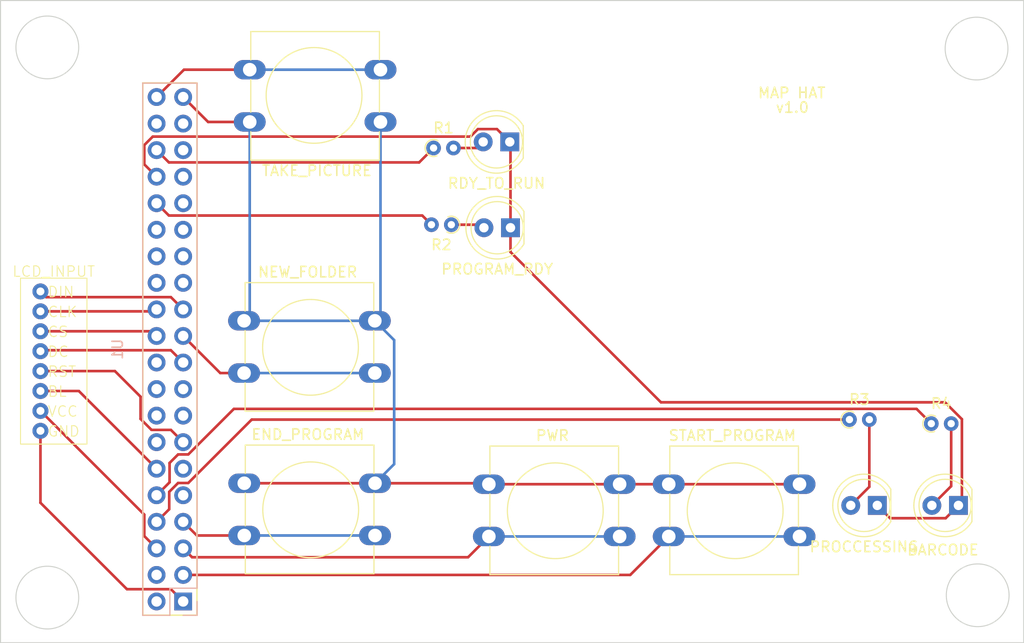
<source format=kicad_pcb>
(kicad_pcb (version 20221018) (generator pcbnew)
  (layers (0 "F.Cu" signal) (31 "B.Cu" signal) (34 "B.Paste" user) (35 "F.Paste" user) (36 "B.SilkS" user "B.Silkscreen") (37 "F.SilkS" user "F.Silkscreen") (38 "B.Mask" user) (39 "F.Mask" user) (44 "Edge.Cuts" user))
  (net 0 "")
  (net 1 "Net-(R1-Pad1)")
  (net 2 "Net-(D1-A)")
  (net 3 "Net-(D2-A)")
  (net 4 "Net-(R2-Pad2)")
  (net 5 "Net-(R3-Pad1)")
  (net 6 "Net-(D3-A)")
  (net 7 "Net-(R4-Pad1)")
  (net 8 "Net-(D4-A)")
  (net 9 "Net-(U2-VCC)")
  (net 11 "Net-(SW5-Pad2)")
  (net 13 "Net-(D1-K)")
  (net 14 "Net-(SW1-Pad1)")
  (net 15 "Net-(SW2-Pad2)")
  (net 16 "Net-(U2-GND)")
  (net 17 "Net-(SW4-Pad2)")
  (net 20 "Net-(U2-BL)")
  (net 21 "Net-(U2-RST)")
  (net 27 "Net-(U2-DIN)")
  (net 29 "Net-(SW3-Pad2)")
  (net 30 "Net-(U2-DC)")
  (net 31 "Net-(U2-CLK)")
  (net 32 "Net-(U2-CS)")
  (net 44 "Net-(SW1-Pad2)")
  (footprint "Resistor_THT:R_Axial_DIN0204_L3.6mm_D1.6mm_P1.90mm_Vertical" (layer "F.Cu") (at 221.17085 121.076723)
    (fp_text reference "R4" (at 0.95 -1.92) (layer "F.SilkS"))
    (fp_text value "330")
    (fp_arc (start 0.320095 0.749359) (mid -0.813042 -0.054435) (end 0.417133 -0.7) (stroke (width 0.12)) (layer "F.SilkS"))
    (pad "1" thru_hole circle (at 0 0) (size 1.4 1.4) (drill 0.7) (layers "*.Cu" "*.Mask") (net 7 "Net-(R4-Pad1)"))
    (pad "2" thru_hole oval (at 1.9 0) (size 1.4 1.4) (drill 0.7) (layers "*.Cu" "*.Mask") (net 8 "Net-(D4-A)"))
  )
  (footprint "Library:LCD" (layer "F.Cu") (at 136.007486 117.319684)
    (fp_text reference "LCD_INPUT" (at 1.27 -10.795 unlocked) (layer "F.SilkS") (effects (font (thickness 0.1))))
    (fp_text value "~")
    (fp_text user "BL" (at 0.635 1.27 unlocked) (layer "F.SilkS") (effects (font (thickness 0.1)) (justify left bottom)))
    (fp_text user "RST" (at 0.635 -0.635 unlocked) (layer "F.SilkS") (effects (font (thickness 0.1)) (justify left bottom)))
    (fp_text user "CLK" (at 0.635 -6.35 unlocked) (layer "F.SilkS") (effects (font (thickness 0.1)) (justify left bottom)))
    (fp_text user "DIN" (at 0.635 -8.255 unlocked) (layer "F.SilkS") (effects (font (thickness 0.1)) (justify left bottom)))
    (fp_text user "CS" (at 0.635 -4.445 unlocked) (layer "F.SilkS") (effects (font (thickness 0.1)) (justify left bottom)))
    (fp_text user "VCC" (at 0.635 3.175 unlocked) (layer "F.SilkS") (effects (font (thickness 0.1)) (justify left bottom)))
    (fp_text user "DC" (at 0.635 -2.54 unlocked) (layer "F.SilkS") (effects (font (thickness 0.1)) (justify left bottom)))
    (fp_text user "GND" (at 0.635 5.08 unlocked) (layer "F.SilkS") (effects (font (thickness 0.1)) (justify left bottom)))
    (fp_rect (start -1.905 -10.16) (end 4.445 5.715) (stroke (width 0.1)) (fill none) (layer "F.SilkS"))
    (pad "1" thru_hole circle (at 0 4.445) (size 1.524 1.524) (drill 0.762) (layers "*.Cu" "*.Mask") (net 9 "Net-(U2-VCC)"))
    (pad "2" thru_hole circle (at 0 2.54) (size 1.524 1.524) (drill 0.762) (layers "*.Cu" "*.Mask") (net 16 "Net-(U2-GND)"))
    (pad "3" thru_hole circle (at 0 -3.175) (size 1.524 1.524) (drill 0.762) (layers "*.Cu" "*.Mask") (net 27 "Net-(U2-DIN)"))
    (pad "4" thru_hole circle (at 0 -8.89) (size 1.524 1.524) (drill 0.762) (layers "*.Cu" "*.Mask") (net 31 "Net-(U2-CLK)"))
    (pad "5" thru_hole circle (at 0 -6.985) (size 1.524 1.524) (drill 0.762) (layers "*.Cu" "*.Mask") (net 32 "Net-(U2-CS)"))
    (pad "6" thru_hole circle (at 0 -5.08) (size 1.524 1.524) (drill 0.762) (layers "*.Cu" "*.Mask") (net 30 "Net-(U2-DC)"))
    (pad "7" thru_hole circle (at 0 -1.27) (size 1.524 1.524) (drill 0.762) (layers "*.Cu" "*.Mask") (net 21 "Net-(U2-RST)"))
    (pad "8" thru_hole circle (at 0 0.635) (size 1.524 1.524) (drill 0.762) (layers "*.Cu" "*.Mask") (net 20 "Net-(U2-BL)"))
  )
  (footprint "Resistor_THT:R_Axial_DIN0204_L3.6mm_D1.6mm_P1.90mm_Vertical" (layer "F.Cu") (at 175.28614 102.045971 180)
    (fp_text reference "R2" (at 0.95 -1.92 180) (layer "F.SilkS"))
    (fp_text value "330")
    (fp_arc (start 0.320095 0.749359) (mid -0.813042 -0.054435) (end 0.417133 -0.7) (stroke (width 0.12)) (layer "F.SilkS"))
    (pad "1" thru_hole circle (at 0 0 180) (size 1.4 1.4) (drill 0.7) (layers "*.Cu" "*.Mask") (net 3 "Net-(D2-A)"))
    (pad "2" thru_hole oval (at 1.9 0 180) (size 1.4 1.4) (drill 0.7) (layers "*.Cu" "*.Mask") (net 4 "Net-(R2-Pad2)"))
  )
  (footprint "LED_THT:LED_D5.0mm" (layer "F.Cu") (at 223.766037 128.901688 180)
    (fp_text reference "BARCODE" (at 1.490072 -4.263916) (layer "F.SilkS"))
    (fp_text value "LED")
    (fp_line (start -1.29 -1.545) (end -1.29 1.545) (stroke (width 0.12)) (layer "F.SilkS"))
    (fp_arc (start -1.29 -1.54483) (mid 2.072002 -2.880433) (end 4.26 0.000462) (stroke (width 0.12)) (layer "F.SilkS"))
    (fp_arc (start 4.26 -0.000462) (mid 2.072002 2.880433) (end -1.29 1.54483) (stroke (width 0.12)) (layer "F.SilkS"))
    (fp_circle (center 1.27 0) (end 3.77 0) (stroke (width 0.12)) (fill none) (layer "F.SilkS"))
    (pad "1" thru_hole rect (at 0 0 180) (size 1.8 1.8) (drill 0.9) (layers "*.Cu" "*.Mask") (net 13 "Net-(D1-K)"))
    (pad "2" thru_hole circle (at 2.54 0 180) (size 1.8 1.8) (drill 0.9) (layers "*.Cu" "*.Mask") (net 8 "Net-(D4-A)"))
  )
  (footprint "Resistor_THT:R_Axial_DIN0204_L3.6mm_D1.6mm_P1.90mm_Vertical" (layer "F.Cu") (at 213.345885 120.690304)
    (fp_text reference "R3" (at 0.95 -1.92) (layer "F.SilkS"))
    (fp_text value "330")
    (fp_arc (start 0.320095 0.749359) (mid -0.813042 -0.054435) (end 0.417133 -0.7) (stroke (width 0.12)) (layer "F.SilkS"))
    (pad "1" thru_hole circle (at 0 0) (size 1.4 1.4) (drill 0.7) (layers "*.Cu" "*.Mask") (net 5 "Net-(R3-Pad1)"))
    (pad "2" thru_hole oval (at 1.9 0) (size 1.4 1.4) (drill 0.7) (layers "*.Cu" "*.Mask") (net 6 "Net-(D3-A)"))
  )
  (footprint "Resistor_THT:R_Axial_DIN0204_L3.6mm_D1.6mm_P1.90mm_Vertical" (layer "F.Cu") (at 173.589279 94.707269)
    (fp_text reference "R1" (at 0.95 -1.92) (layer "F.SilkS"))
    (fp_text value "330")
    (fp_arc (start 0.320095 0.749359) (mid -0.813042 -0.054435) (end 0.417133 -0.7) (stroke (width 0.12)) (layer "F.SilkS"))
    (pad "1" thru_hole circle (at 0 0) (size 1.4 1.4) (drill 0.7) (layers "*.Cu" "*.Mask") (net 1 "Net-(R1-Pad1)"))
    (pad "2" thru_hole oval (at 1.9 0) (size 1.4 1.4) (drill 0.7) (layers "*.Cu" "*.Mask") (net 2 "Net-(D1-A)"))
  )
  (footprint "Button_Switch_THT:SW_PUSH-12mm" (layer "F.Cu") (at 155.492181 126.779768)
    (fp_text reference "END_PROGRAM" (at 6.08 -4.66) (layer "F.SilkS"))
    (fp_text value "SW_Push")
    (fp_line (start 0.1 -3.65) (end 12.4 -3.65) (stroke (width 0.12)) (layer "F.SilkS"))
    (fp_line (start 0.1 -0.93) (end 0.1 -3.65) (stroke (width 0.12)) (layer "F.SilkS"))
    (fp_line (start 0.1 4.07) (end 0.1 0.93) (stroke (width 0.12)) (layer "F.SilkS"))
    (fp_line (start 0.1 8.65) (end 0.1 5.93) (stroke (width 0.12)) (layer "F.SilkS"))
    (fp_line (start 12.4 -3.65) (end 12.4 -0.93) (stroke (width 0.12)) (layer "F.SilkS"))
    (fp_line (start 12.4 0.93) (end 12.4 4.07) (stroke (width 0.12)) (layer "F.SilkS"))
    (fp_line (start 12.4 5.93) (end 12.4 8.65) (stroke (width 0.12)) (layer "F.SilkS"))
    (fp_line (start 12.4 8.65) (end 0.1 8.65) (stroke (width 0.12)) (layer "F.SilkS"))
    (fp_circle (center 6.35 2.54) (end 10.16 5.08) (stroke (width 0.12)) (fill none) (layer "F.SilkS"))
    (pad "1" thru_hole oval (at 0 0) (size 3.048 1.85) (drill 1.3) (layers "*.Cu" "*.Mask") (net 14 "Net-(SW1-Pad1)"))
    (pad "1" thru_hole oval (at 12.5 0) (size 3.048 1.85) (drill 1.3) (layers "*.Cu" "*.Mask") (net 14 "Net-(SW1-Pad1)"))
    (pad "2" thru_hole oval (at 0 5) (size 3.048 1.85) (drill 1.3) (layers "*.Cu" "*.Mask") (net 17 "Net-(SW4-Pad2)"))
    (pad "2" thru_hole oval (at 12.5 5) (size 3.048 1.85) (drill 1.3) (layers "*.Cu" "*.Mask") (net 17 "Net-(SW4-Pad2)"))
  )
  (footprint "Button_Switch_THT:SW_PUSH-12mm" (layer "F.Cu") (at 196.070846 126.872993)
    (fp_text reference "START_PROGRAM" (at 6.08 -4.66) (layer "F.SilkS"))
    (fp_text value "SW_Push")
    (fp_line (start 0.1 -3.65) (end 12.4 -3.65) (stroke (width 0.12)) (layer "F.SilkS"))
    (fp_line (start 0.1 -0.93) (end 0.1 -3.65) (stroke (width 0.12)) (layer "F.SilkS"))
    (fp_line (start 0.1 4.07) (end 0.1 0.93) (stroke (width 0.12)) (layer "F.SilkS"))
    (fp_line (start 0.1 8.65) (end 0.1 5.93) (stroke (width 0.12)) (layer "F.SilkS"))
    (fp_line (start 12.4 -3.65) (end 12.4 -0.93) (stroke (width 0.12)) (layer "F.SilkS"))
    (fp_line (start 12.4 0.93) (end 12.4 4.07) (stroke (width 0.12)) (layer "F.SilkS"))
    (fp_line (start 12.4 5.93) (end 12.4 8.65) (stroke (width 0.12)) (layer "F.SilkS"))
    (fp_line (start 12.4 8.65) (end 0.1 8.65) (stroke (width 0.12)) (layer "F.SilkS"))
    (fp_circle (center 6.35 2.54) (end 10.16 5.08) (stroke (width 0.12)) (fill none) (layer "F.SilkS"))
    (pad "1" thru_hole oval (at 0 0) (size 3.048 1.85) (drill 1.3) (layers "*.Cu" "*.Mask") (net 14 "Net-(SW1-Pad1)"))
    (pad "1" thru_hole oval (at 12.5 0) (size 3.048 1.85) (drill 1.3) (layers "*.Cu" "*.Mask") (net 14 "Net-(SW1-Pad1)"))
    (pad "2" thru_hole oval (at 0 5) (size 3.048 1.85) (drill 1.3) (layers "*.Cu" "*.Mask") (net 11 "Net-(SW5-Pad2)"))
    (pad "2" thru_hole oval (at 12.5 5) (size 3.048 1.85) (drill 1.3) (layers "*.Cu" "*.Mask") (net 11 "Net-(SW5-Pad2)"))
  )
  (footprint "Button_Switch_THT:SW_PUSH-12mm" (layer "F.Cu") (at 155.472888 111.238159)
    (fp_text reference "NEW_FOLDER" (at 6.08 -4.66) (layer "F.SilkS"))
    (fp_text value "SW_Push")
    (fp_line (start 0.1 -3.65) (end 12.4 -3.65) (stroke (width 0.12)) (layer "F.SilkS"))
    (fp_line (start 0.1 -0.93) (end 0.1 -3.65) (stroke (width 0.12)) (layer "F.SilkS"))
    (fp_line (start 0.1 4.07) (end 0.1 0.93) (stroke (width 0.12)) (layer "F.SilkS"))
    (fp_line (start 0.1 8.65) (end 0.1 5.93) (stroke (width 0.12)) (layer "F.SilkS"))
    (fp_line (start 12.4 -3.65) (end 12.4 -0.93) (stroke (width 0.12)) (layer "F.SilkS"))
    (fp_line (start 12.4 0.93) (end 12.4 4.07) (stroke (width 0.12)) (layer "F.SilkS"))
    (fp_line (start 12.4 5.93) (end 12.4 8.65) (stroke (width 0.12)) (layer "F.SilkS"))
    (fp_line (start 12.4 8.65) (end 0.1 8.65) (stroke (width 0.12)) (layer "F.SilkS"))
    (fp_circle (center 6.35 2.54) (end 10.16 5.08) (stroke (width 0.12)) (fill none) (layer "F.SilkS"))
    (pad "1" thru_hole oval (at 0 0) (size 3.048 1.85) (drill 1.3) (layers "*.Cu" "*.Mask") (net 14 "Net-(SW1-Pad1)"))
    (pad "1" thru_hole oval (at 12.5 0) (size 3.048 1.85) (drill 1.3) (layers "*.Cu" "*.Mask") (net 14 "Net-(SW1-Pad1)"))
    (pad "2" thru_hole oval (at 0 5) (size 3.048 1.85) (drill 1.3) (layers "*.Cu" "*.Mask") (net 29 "Net-(SW3-Pad2)"))
    (pad "2" thru_hole oval (at 12.5 5) (size 3.048 1.85) (drill 1.3) (layers "*.Cu" "*.Mask") (net 29 "Net-(SW3-Pad2)"))
  )
  (footprint "LED_THT:LED_D5.0mm" (layer "F.Cu") (at 180.873634 94.124064 180)
    (fp_text reference "RDY_TO_RUN" (at 1.27 -3.96) (layer "F.SilkS"))
    (fp_text value "RDY_TO_RUN")
    (fp_line (start -1.29 -1.545) (end -1.29 1.545) (stroke (width 0.12)) (layer "F.SilkS"))
    (fp_arc (start -1.29 -1.54483) (mid 2.072002 -2.880433) (end 4.26 0.000462) (stroke (width 0.12)) (layer "F.SilkS"))
    (fp_arc (start 4.26 -0.000462) (mid 2.072002 2.880433) (end -1.29 1.54483) (stroke (width 0.12)) (layer "F.SilkS"))
    (fp_circle (center 1.27 0) (end 3.77 0) (stroke (width 0.12)) (fill none) (layer "F.SilkS"))
    (pad "1" thru_hole rect (at 0 0 180) (size 1.8 1.8) (drill 0.9) (layers "*.Cu" "*.Mask") (net 13 "Net-(D1-K)"))
    (pad "2" thru_hole circle (at 2.54 0 180) (size 1.8 1.8) (drill 0.9) (layers "*.Cu" "*.Mask") (net 2 "Net-(D1-A)"))
  )
  (footprint "Button_Switch_THT:SW_PUSH-12mm" (layer "F.Cu") (at 178.875243 126.872993)
    (fp_text reference "PWR" (at 6.08 -4.66) (layer "F.SilkS"))
    (fp_text value "SW_Push")
    (fp_line (start 0.1 -3.65) (end 12.4 -3.65) (stroke (width 0.12)) (layer "F.SilkS"))
    (fp_line (start 0.1 -0.93) (end 0.1 -3.65) (stroke (width 0.12)) (layer "F.SilkS"))
    (fp_line (start 0.1 4.07) (end 0.1 0.93) (stroke (width 0.12)) (layer "F.SilkS"))
    (fp_line (start 0.1 8.65) (end 0.1 5.93) (stroke (width 0.12)) (layer "F.SilkS"))
    (fp_line (start 12.4 -3.65) (end 12.4 -0.93) (stroke (width 0.12)) (layer "F.SilkS"))
    (fp_line (start 12.4 0.93) (end 12.4 4.07) (stroke (width 0.12)) (layer "F.SilkS"))
    (fp_line (start 12.4 5.93) (end 12.4 8.65) (stroke (width 0.12)) (layer "F.SilkS"))
    (fp_line (start 12.4 8.65) (end 0.1 8.65) (stroke (width 0.12)) (layer "F.SilkS"))
    (fp_circle (center 6.35 2.54) (end 10.16 5.08) (stroke (width 0.12)) (fill none) (layer "F.SilkS"))
    (pad "1" thru_hole oval (at 0 0) (size 3.048 1.85) (drill 1.3) (layers "*.Cu" "*.Mask") (net 14 "Net-(SW1-Pad1)"))
    (pad "1" thru_hole oval (at 12.5 0) (size 3.048 1.85) (drill 1.3) (layers "*.Cu" "*.Mask") (net 14 "Net-(SW1-Pad1)"))
    (pad "2" thru_hole oval (at 0 5) (size 3.048 1.85) (drill 1.3) (layers "*.Cu" "*.Mask") (net 15 "Net-(SW2-Pad2)"))
    (pad "2" thru_hole oval (at 12.5 5) (size 3.048 1.85) (drill 1.3) (layers "*.Cu" "*.Mask") (net 15 "Net-(SW2-Pad2)"))
  )
  (footprint "LED_THT:LED_D5.0mm" (layer "F.Cu") (at 216.009393 128.901688 180)
    (fp_text reference "PROCCESSING" (at 1.27 -3.96) (layer "F.SilkS"))
    (fp_text value "LED")
    (fp_line (start -1.29 -1.545) (end -1.29 1.545) (stroke (width 0.12)) (layer "F.SilkS"))
    (fp_arc (start -1.29 -1.54483) (mid 2.072002 -2.880433) (end 4.26 0.000462) (stroke (width 0.12)) (layer "F.SilkS"))
    (fp_arc (start 4.26 -0.000462) (mid 2.072002 2.880433) (end -1.29 1.54483) (stroke (width 0.12)) (layer "F.SilkS"))
    (fp_circle (center 1.27 0) (end 3.77 0) (stroke (width 0.12)) (fill none) (layer "F.SilkS"))
    (pad "1" thru_hole rect (at 0 0 180) (size 1.8 1.8) (drill 0.9) (layers "*.Cu" "*.Mask") (net 13 "Net-(D1-K)"))
    (pad "2" thru_hole circle (at 2.54 0 180) (size 1.8 1.8) (drill 0.9) (layers "*.Cu" "*.Mask") (net 6 "Net-(D3-A)"))
  )
  (footprint "LED_THT:LED_D5.0mm" (layer "F.Cu") (at 180.941956 102.335448 180)
    (fp_text reference "PROGRAM_RDY" (at 1.27 -3.96) (layer "F.SilkS"))
    (fp_text value "LED")
    (fp_line (start -1.29 -1.545) (end -1.29 1.545) (stroke (width 0.12)) (layer "F.SilkS"))
    (fp_arc (start -1.29 -1.54483) (mid 2.072002 -2.880433) (end 4.26 0.000462) (stroke (width 0.12)) (layer "F.SilkS"))
    (fp_arc (start 4.26 -0.000462) (mid 2.072002 2.880433) (end -1.29 1.54483) (stroke (width 0.12)) (layer "F.SilkS"))
    (fp_circle (center 1.27 0) (end 3.77 0) (stroke (width 0.12)) (fill none) (layer "F.SilkS"))
    (pad "1" thru_hole rect (at 0 0 180) (size 1.8 1.8) (drill 0.9) (layers "*.Cu" "*.Mask") (net 13 "Net-(D1-K)"))
    (pad "2" thru_hole circle (at 2.54 0 180) (size 1.8 1.8) (drill 0.9) (layers "*.Cu" "*.Mask") (net 3 "Net-(D2-A)"))
  )
  (footprint "Button_Switch_THT:SW_PUSH-12mm" (layer "F.Cu") (at 168.514186 92.215049 180)
    (fp_text reference "TAKE_PICTURE" (at 6.08 -4.66) (layer "F.SilkS"))
    (fp_text value "TAKE_PICTURE")
    (fp_line (start 0.1 -3.65) (end 12.4 -3.65) (stroke (width 0.12)) (layer "F.SilkS"))
    (fp_line (start 0.1 -0.93) (end 0.1 -3.65) (stroke (width 0.12)) (layer "F.SilkS"))
    (fp_line (start 0.1 4.07) (end 0.1 0.93) (stroke (width 0.12)) (layer "F.SilkS"))
    (fp_line (start 0.1 8.65) (end 0.1 5.93) (stroke (width 0.12)) (layer "F.SilkS"))
    (fp_line (start 12.4 -3.65) (end 12.4 -0.93) (stroke (width 0.12)) (layer "F.SilkS"))
    (fp_line (start 12.4 0.93) (end 12.4 4.07) (stroke (width 0.12)) (layer "F.SilkS"))
    (fp_line (start 12.4 5.93) (end 12.4 8.65) (stroke (width 0.12)) (layer "F.SilkS"))
    (fp_line (start 12.4 8.65) (end 0.1 8.65) (stroke (width 0.12)) (layer "F.SilkS"))
    (fp_circle (center 6.35 2.54) (end 10.16 5.08) (stroke (width 0.12)) (fill none) (layer "F.SilkS"))
    (pad "1" thru_hole oval (at 0 0 180) (size 3.048 1.85) (drill 1.3) (layers "*.Cu" "*.Mask") (net 14 "Net-(SW1-Pad1)"))
    (pad "1" thru_hole oval (at 12.5 0 180) (size 3.048 1.85) (drill 1.3) (layers "*.Cu" "*.Mask") (net 14 "Net-(SW1-Pad1)"))
    (pad "2" thru_hole oval (at 0 5 180) (size 3.048 1.85) (drill 1.3) (layers "*.Cu" "*.Mask") (net 44 "Net-(SW1-Pad2)"))
    (pad "2" thru_hole oval (at 12.5 5 180) (size 3.048 1.85) (drill 1.3) (layers "*.Cu" "*.Mask") (net 44 "Net-(SW1-Pad2)"))
  )
  (footprint "Library:Raspberry_Pi_Socketed_THT_FaceDown_MountingHoles" (layer "B.Cu") (at 149.651638 138.091016)
    (fp_text reference "U1" (at -6.27 -24.13 90) (layer "B.SilkS") (effects (justify mirror)))
    (fp_text value "~" hide)
    (fp_line (start -3.87 -49.59) (end 1.33 -49.59) (stroke (width 0.12)) (layer "B.SilkS"))
    (fp_line (start -3.87 1.33) (end -3.87 -49.59) (stroke (width 0.12)) (layer "B.SilkS"))
    (fp_line (start -3.87 1.33) (end -1.27 1.33) (stroke (width 0.12)) (layer "B.SilkS"))
    (fp_line (start -1.27 -1.27) (end 1.33 -1.27) (stroke (width 0.12)) (layer "B.SilkS"))
    (fp_line (start -1.27 1.33) (end -1.27 -1.27) (stroke (width 0.12)) (layer "B.SilkS"))
    (fp_line (start 0 1.33) (end 1.33 1.33) (stroke (width 0.12)) (layer "B.SilkS"))
    (fp_line (start 1.33 -1.27) (end 1.33 -49.59) (stroke (width 0.12)) (layer "B.SilkS"))
    (fp_line (start 1.33 1.33) (end 1.33 0) (stroke (width 0.12)) (layer "B.SilkS"))
    (pad "1" thru_hole rect (at 0 0) (size 1.7 1.7) (drill 1) (layers "*.Cu" "*.Mask") (net 9 "Net-(U2-VCC)"))
    (pad "2" thru_hole oval (at -2.54 0) (size 1.7 1.7) (drill 1) (layers "*.Cu" "*.Mask"))
    (pad "3" thru_hole oval (at 0 -2.54) (size 1.7 1.7) (drill 1) (layers "*.Cu" "*.Mask") (net 11 "Net-(SW5-Pad2)"))
    (pad "4" thru_hole oval (at -2.54 -2.54) (size 1.7 1.7) (drill 1) (layers "*.Cu" "*.Mask"))
    (pad "5" thru_hole oval (at 0 -5.08) (size 1.7 1.7) (drill 1) (layers "*.Cu" "*.Mask") (net 15 "Net-(SW2-Pad2)"))
    (pad "6" thru_hole oval (at -2.54 -5.08) (size 1.7 1.7) (drill 1) (layers "*.Cu" "*.Mask") (net 16 "Net-(U2-GND)"))
    (pad "7" thru_hole oval (at 0 -7.62) (size 1.7 1.7) (drill 1) (layers "*.Cu" "*.Mask") (net 17 "Net-(SW4-Pad2)"))
    (pad "8" thru_hole oval (at -2.54 -7.62) (size 1.7 1.7) (drill 1) (layers "*.Cu" "*.Mask") (net 5 "Net-(R3-Pad1)"))
    (pad "9" thru_hole oval (at 0 -10.16) (size 1.7 1.7) (drill 1) (layers "*.Cu" "*.Mask"))
    (pad "10" thru_hole oval (at -2.54 -10.16) (size 1.7 1.7) (drill 1) (layers "*.Cu" "*.Mask") (net 7 "Net-(R4-Pad1)"))
    (pad "11" thru_hole oval (at 0 -12.7) (size 1.7 1.7) (drill 1) (layers "*.Cu" "*.Mask"))
    (pad "12" thru_hole oval (at -2.54 -12.7) (size 1.7 1.7) (drill 1) (layers "*.Cu" "*.Mask") (net 20 "Net-(U2-BL)"))
    (pad "13" thru_hole oval (at 0 -15.24) (size 1.7 1.7) (drill 1) (layers "*.Cu" "*.Mask") (net 21 "Net-(U2-RST)"))
    (pad "14" thru_hole oval (at -2.54 -15.24) (size 1.7 1.7) (drill 1) (layers "*.Cu" "*.Mask"))
    (pad "15" thru_hole oval (at 0 -17.78) (size 1.7 1.7) (drill 1) (layers "*.Cu" "*.Mask"))
    (pad "16" thru_hole oval (at -2.54 -17.78) (size 1.7 1.7) (drill 1) (layers "*.Cu" "*.Mask"))
    (pad "17" thru_hole oval (at 0 -20.32) (size 1.7 1.7) (drill 1) (layers "*.Cu" "*.Mask"))
    (pad "18" thru_hole oval (at -2.54 -20.32) (size 1.7 1.7) (drill 1) (layers "*.Cu" "*.Mask"))
    (pad "19" thru_hole oval (at 0 -22.86) (size 1.7 1.7) (drill 1) (layers "*.Cu" "*.Mask") (net 27 "Net-(U2-DIN)"))
    (pad "20" thru_hole oval (at -2.54 -22.86) (size 1.7 1.7) (drill 1) (layers "*.Cu" "*.Mask"))
    (pad "21" thru_hole oval (at 0 -25.4) (size 1.7 1.7) (drill 1) (layers "*.Cu" "*.Mask") (net 29 "Net-(SW3-Pad2)"))
    (pad "22" thru_hole oval (at -2.54 -25.4) (size 1.7 1.7) (drill 1) (layers "*.Cu" "*.Mask") (net 30 "Net-(U2-DC)"))
    (pad "23" thru_hole oval (at 0 -27.94) (size 1.7 1.7) (drill 1) (layers "*.Cu" "*.Mask") (net 31 "Net-(U2-CLK)"))
    (pad "24" thru_hole oval (at -2.54 -27.94) (size 1.7 1.7) (drill 1) (layers "*.Cu" "*.Mask") (net 32 "Net-(U2-CS)"))
    (pad "25" thru_hole oval (at 0 -30.48) (size 1.7 1.7) (drill 1) (layers "*.Cu" "*.Mask"))
    (pad "26" thru_hole oval (at -2.54 -30.48) (size 1.7 1.7) (drill 1) (layers "*.Cu" "*.Mask"))
    (pad "27" thru_hole oval (at 0 -33.02) (size 1.7 1.7) (drill 1) (layers "*.Cu" "*.Mask"))
    (pad "28" thru_hole oval (at -2.54 -33.02) (size 1.7 1.7) (drill 1) (layers "*.Cu" "*.Mask"))
    (pad "29" thru_hole oval (at 0 -35.56) (size 1.7 1.7) (drill 1) (layers "*.Cu" "*.Mask"))
    (pad "30" thru_hole oval (at -2.54 -35.56) (size 1.7 1.7) (drill 1) (layers "*.Cu" "*.Mask"))
    (pad "31" thru_hole oval (at 0 -38.1) (size 1.7 1.7) (drill 1) (layers "*.Cu" "*.Mask"))
    (pad "32" thru_hole oval (at -2.54 -38.1) (size 1.7 1.7) (drill 1) (layers "*.Cu" "*.Mask") (net 4 "Net-(R2-Pad2)"))
    (pad "33" thru_hole oval (at 0 -40.64) (size 1.7 1.7) (drill 1) (layers "*.Cu" "*.Mask"))
    (pad "34" thru_hole oval (at -2.54 -40.64) (size 1.7 1.7) (drill 1) (layers "*.Cu" "*.Mask") (net 13 "Net-(D1-K)"))
    (pad "35" thru_hole oval (at 0 -43.18) (size 1.7 1.7) (drill 1) (layers "*.Cu" "*.Mask"))
    (pad "36" thru_hole oval (at -2.54 -43.18) (size 1.7 1.7) (drill 1) (layers "*.Cu" "*.Mask") (net 1 "Net-(R1-Pad1)"))
    (pad "37" thru_hole oval (at 0 -45.72) (size 1.7 1.7) (drill 1) (layers "*.Cu" "*.Mask"))
    (pad "38" thru_hole oval (at -2.54 -45.72) (size 1.7 1.7) (drill 1) (layers "*.Cu" "*.Mask"))
    (pad "39" thru_hole oval (at 0 -48.26) (size 1.7 1.7) (drill 1) (layers "*.Cu" "*.Mask") (net 14 "Net-(SW1-Pad1)"))
    (pad "40" thru_hole oval (at -2.54 -48.26) (size 1.7 1.7) (drill 1) (layers "*.Cu" "*.Mask") (net 44 "Net-(SW1-Pad2)"))
  )
  (gr_rect (start 145.794505 88.480233) (end 150.968616 139.402168) (stroke (width 0.15)) (fill none) (layer "F.SilkS"))
  (gr_circle (center 136.664951 85.08392) (end 139.664951 85.08392) (stroke (width 0.1)) (fill none) (layer "Edge.Cuts"))
  (gr_circle (center 225.605783 137.499423) (end 228.605783 137.499423) (stroke (width 0.1)) (fill none) (layer "Edge.Cuts"))
  (gr_rect (start 132.190889 80.59764) (end 230.002957 142.038109) (stroke (width 0.1)) (fill none) (layer "Edge.Cuts"))
  (gr_circle (center 225.495435 85.194269) (end 228.495435 85.194269) (stroke (width 0.1)) (fill none) (layer "Edge.Cuts"))
  (gr_circle (center 136.664951 137.72012) (end 139.664951 137.72012) (stroke (width 0.1)) (fill none) (layer "Edge.Cuts"))
  (gr_text "MAP HAT\n" (at 204.516212 90.020717) (layer "F.SilkS") (effects (font (size 1 1)) (justify left bottom)))
  (gr_text "v1.0" (at 206.221243 91.418738) (layer "F.SilkS") (effects (font (size 1 1)) (justify left bottom)))
  (segment (start 148.286638 96.086016) (end 147.111638 94.911016) (width 0.25) (layer "F.Cu") (net 1))
  (segment (start 172.210532 96.086016) (end 148.286638 96.086016) (width 0.25) (layer "F.Cu") (net 1))
  (segment (start 173.589279 94.707269) (end 172.210532 96.086016) (width 0.25) (layer "F.Cu") (net 1))
  (segment (start 175.489279 94.707269) (end 177.750429 94.707269) (width 0.25) (layer "F.Cu") (net 2))
  (segment (start 177.750429 94.707269) (end 178.333634 94.124064) (width 0.25) (layer "F.Cu") (net 2))
  (segment (start 178.112479 102.045971) (end 178.401956 102.335448) (width 0.25) (layer "F.Cu") (net 3))
  (segment (start 177.918933 101.852425) (end 178.401956 102.335448) (width 0.25) (layer "F.Cu") (net 3))
  (segment (start 175.28614 102.045971) (end 178.112479 102.045971) (width 0.25) (layer "F.Cu") (net 3))
  (segment (start 148.286638 101.166016) (end 147.111638 99.991016) (width 0.25) (layer "F.Cu") (net 4))
  (segment (start 172.506185 101.166016) (end 148.286638 101.166016) (width 0.25) (layer "F.Cu") (net 4))
  (segment (start 173.38614 102.045971) (end 172.506185 101.166016) (width 0.25) (layer "F.Cu") (net 4))
  (segment (start 150.138339 126.756016) (end 149.164937 126.756016) (width 0.25) (layer "F.Cu") (net 5))
  (segment (start 156.204051 120.690304) (end 150.138339 126.756016) (width 0.25) (layer "F.Cu") (net 5))
  (segment (start 149.164937 126.756016) (end 148.317992 127.602961) (width 0.25) (layer "F.Cu") (net 5))
  (segment (start 148.317992 129.264662) (end 147.111638 130.471016) (width 0.25) (layer "F.Cu") (net 5))
  (segment (start 148.317992 127.602961) (end 148.317992 129.264662) (width 0.25) (layer "F.Cu") (net 5))
  (segment (start 213.345885 120.690304) (end 156.204051 120.690304) (width 0.25) (layer "F.Cu") (net 5))
  (segment (start 215.245885 127.125196) (end 213.469393 128.901688) (width 0.25) (layer "F.Cu") (net 6))
  (segment (start 215.245885 120.690304) (end 215.245885 127.125196) (width 0.25) (layer "F.Cu") (net 6))
  (segment (start 150.138339 124.026016) (end 149.164937 124.026016) (width 0.25) (layer "F.Cu") (net 7))
  (segment (start 219.759431 119.665304) (end 154.499051 119.665304) (width 0.25) (layer "F.Cu") (net 7))
  (segment (start 154.499051 119.665304) (end 150.138339 124.026016) (width 0.25) (layer "F.Cu") (net 7))
  (segment (start 148.350688 124.840265) (end 148.350688 126.691966) (width 0.25) (layer "F.Cu") (net 7))
  (segment (start 148.350688 126.691966) (end 147.111638 127.931016) (width 0.25) (layer "F.Cu") (net 7))
  (segment (start 149.164937 124.026016) (end 148.350688 124.840265) (width 0.25) (layer "F.Cu") (net 7))
  (segment (start 221.17085 121.076723) (end 219.759431 119.665304) (width 0.25) (layer "F.Cu") (net 7))
  (segment (start 223.07085 127.056875) (end 221.226037 128.901688) (width 0.25) (layer "F.Cu") (net 8))
  (segment (start 223.07085 121.076723) (end 223.07085 127.056875) (width 0.25) (layer "F.Cu") (net 8))
  (segment (start 144.274937 136.916016) (end 148.476638 136.916016) (width 0.25) (layer "F.Cu") (net 9))
  (segment (start 136.007486 128.648565) (end 144.274937 136.916016) (width 0.25) (layer "F.Cu") (net 9))
  (segment (start 136.007486 121.764684) (end 136.007486 128.648565) (width 0.25) (layer "F.Cu") (net 9))
  (segment (start 148.476638 136.916016) (end 149.651638 138.091016) (width 0.25) (layer "F.Cu") (net 9))
  (segment (start 196.070846 131.872993) (end 192.392823 135.551016) (width 0.25) (layer "F.Cu") (net 11))
  (segment (start 192.392823 135.551016) (end 149.651638 135.551016) (width 0.25) (layer "F.Cu") (net 11))
  (segment (start 196.070846 131.872993) (end 208.570846 131.872993) (width 0.25) (layer "B.Cu") (net 11))
  (segment (start 145.936638 94.424315) (end 145.936638 96.276016) (width 0.25) (layer "F.Cu") (net 13))
  (segment (start 222.541037 130.126688) (end 223.766037 128.901688) (width 0.25) (layer "F.Cu") (net 13))
  (segment (start 216.009393 128.901688) (end 217.234393 130.126688) (width 0.25) (layer "F.Cu") (net 13))
  (segment (start 222.480503 119.036807) (end 195.322335 119.036807) (width 0.25) (layer "F.Cu") (net 13))
  (segment (start 177.108634 93.616652) (end 146.744301 93.616652) (width 0.25) (layer "F.Cu") (net 13))
  (segment (start 177.826222 92.899064) (end 177.108634 93.616652) (width 0.25) (layer "F.Cu") (net 13))
  (segment (start 224.09585 120.652154) (end 222.480503 119.036807) (width 0.25) (layer "F.Cu") (net 13))
  (segment (start 195.322335 119.036807) (end 180.941956 104.656428) (width 0.25) (layer "F.Cu") (net 13))
  (segment (start 223.766037 128.901688) (end 224.09585 128.571875) (width 0.25) (layer "F.Cu") (net 13))
  (segment (start 217.234393 130.126688) (end 222.541037 130.126688) (width 0.25) (layer "F.Cu") (net 13))
  (segment (start 180.941956 102.335448) (end 180.941956 94.192386) (width 0.25) (layer "F.Cu") (net 13))
  (segment (start 180.941956 104.656428) (end 180.941956 102.335448) (width 0.25) (layer "F.Cu") (net 13))
  (segment (start 145.936638 96.276016) (end 147.111638 97.451016) (width 0.25) (layer "F.Cu") (net 13))
  (segment (start 224.09585 128.571875) (end 224.09585 120.652154) (width 0.25) (layer "F.Cu") (net 13))
  (segment (start 146.744301 93.616652) (end 145.936638 94.424315) (width 0.25) (layer "F.Cu") (net 13))
  (segment (start 180.941956 94.192386) (end 180.873634 94.124064) (width 0.25) (layer "F.Cu") (net 13))
  (segment (start 179.648634 92.899064) (end 177.826222 92.899064) (width 0.25) (layer "F.Cu") (net 13))
  (segment (start 180.873634 94.124064) (end 179.648634 92.899064) (width 0.25) (layer "F.Cu") (net 13))
  (segment (start 196.070846 126.872993) (end 191.375243 126.872993) (width 0.25) (layer "F.Cu") (net 14))
  (segment (start 196.070846 126.872993) (end 208.570846 126.872993) (width 0.25) (layer "F.Cu") (net 14))
  (segment (start 152.035671 92.215049) (end 149.651638 89.831016) (width 0.25) (layer "F.Cu") (net 14))
  (segment (start 178.782018 126.779768) (end 178.875243 126.872993) (width 0.25) (layer "F.Cu") (net 14))
  (segment (start 191.375243 126.872993) (end 178.875243 126.872993) (width 0.25) (layer "F.Cu") (net 14))
  (segment (start 155.492181 126.779768) (end 167.992181 126.779768) (width 0.25) (layer "F.Cu") (net 14))
  (segment (start 156.014186 92.215049) (end 152.035671 92.215049) (width 0.25) (layer "F.Cu") (net 14))
  (segment (start 167.992181 126.779768) (end 178.782018 126.779768) (width 0.25) (layer "F.Cu") (net 14))
  (segment (start 169.821888 113.087159) (end 167.972888 111.238159) (width 0.25) (layer "B.Cu") (net 14))
  (segment (start 168.514186 110.696861) (end 167.972888 111.238159) (width 0.25) (layer "B.Cu") (net 14))
  (segment (start 156.014186 92.215049) (end 156.014186 110.696861) (width 0.25) (layer "B.Cu") (net 14))
  (segment (start 156.014186 110.696861) (end 155.472888 111.238159) (width 0.25) (layer "B.Cu") (net 14))
  (segment (start 167.972888 111.238159) (end 155.472888 111.238159) (width 0.25) (layer "B.Cu") (net 14))
  (segment (start 169.821888 124.950061) (end 169.821888 113.087159) (width 0.25) (layer "B.Cu") (net 14))
  (segment (start 168.514186 92.215049) (end 168.514186 110.696861) (width 0.25) (layer "B.Cu") (net 14))
  (segment (start 167.992181 126.779768) (end 169.821888 124.950061) (width 0.25) (layer "B.Cu") (net 14))
  (segment (start 178.875243 131.872993) (end 176.88722 133.861016) (width 0.25) (layer "F.Cu") (net 15))
  (segment (start 176.88722 133.861016) (end 150.501638 133.861016) (width 0.25) (layer "F.Cu") (net 15))
  (segment (start 150.501638 133.861016) (end 149.651638 133.011016) (width 0.25) (layer "F.Cu") (net 15))
  (segment (start 178.875243 131.872993) (end 191.375243 131.872993) (width 0.25) (layer "B.Cu") (net 15))
  (segment (start 145.936638 131.836016) (end 147.111638 133.011016) (width 0.25) (layer "F.Cu") (net 16))
  (segment (start 145.936638 129.788836) (end 145.936638 131.836016) (width 0.25) (layer "F.Cu") (net 16))
  (segment (start 136.007486 119.859684) (end 145.936638 129.788836) (width 0.25) (layer "F.Cu") (net 16))
  (segment (start 155.492181 131.779768) (end 150.96039 131.779768) (width 0.25) (layer "F.Cu") (net 17))
  (segment (start 150.96039 131.779768) (end 149.651638 130.471016) (width 0.25) (layer "F.Cu") (net 17))
  (segment (start 155.492181 131.779768) (end 167.992181 131.779768) (width 0.25) (layer "B.Cu") (net 17))
  (segment (start 136.007486 117.954684) (end 139.675306 117.954684) (width 0.25) (layer "F.Cu") (net 20))
  (segment (start 139.675306 117.954684) (end 147.111638 125.391016) (width 0.25) (layer "F.Cu") (net 20))
  (segment (start 145.577295 118.502493) (end 145.577295 120.628374) (width 0.25) (layer "F.Cu") (net 21))
  (segment (start 146.624937 121.676016) (end 148.476638 121.676016) (width 0.25) (layer "F.Cu") (net 21))
  (segment (start 136.007486 116.049684) (end 143.124486 116.049684) (width 0.25) (layer "F.Cu") (net 21))
  (segment (start 143.124486 116.049684) (end 145.577295 118.502493) (width 0.25) (layer "F.Cu") (net 21))
  (segment (start 145.577295 120.628374) (end 146.624937 121.676016) (width 0.25) (layer "F.Cu") (net 21))
  (segment (start 148.476638 121.676016) (end 149.651638 122.851016) (width 0.25) (layer "F.Cu") (net 21))
  (segment (start 148.476638 114.056016) (end 149.651638 115.231016) (width 0.25) (layer "F.Cu") (net 27))
  (segment (start 136.096154 114.056016) (end 148.476638 114.056016) (width 0.25) (layer "F.Cu") (net 27))
  (segment (start 136.007486 114.144684) (end 136.096154 114.056016) (width 0.25) (layer "F.Cu") (net 27))
  (segment (start 155.472888 116.238159) (end 153.198781 116.238159) (width 0.25) (layer "F.Cu") (net 29))
  (segment (start 153.198781 116.238159) (end 149.651638 112.691016) (width 0.25) (layer "F.Cu") (net 29))
  (segment (start 167.972888 116.238159) (end 155.472888 116.238159) (width 0.25) (layer "B.Cu") (net 29))
  (segment (start 136.007486 112.239684) (end 146.660306 112.239684) (width 0.25) (layer "F.Cu") (net 30))
  (segment (start 146.660306 112.239684) (end 147.111638 112.691016) (width 0.25) (layer "F.Cu") (net 30))
  (segment (start 136.007486 108.429684) (end 136.553818 108.976016) (width 0.25) (layer "F.Cu") (net 31))
  (segment (start 136.553818 108.976016) (end 148.476638 108.976016) (width 0.25) (layer "F.Cu") (net 31))
  (segment (start 148.476638 108.976016) (end 149.651638 110.151016) (width 0.25) (layer "F.Cu") (net 31))
  (segment (start 146.92797 110.334684) (end 147.111638 110.151016) (width 0.25) (layer "F.Cu") (net 32))
  (segment (start 136.007486 110.334684) (end 146.92797 110.334684) (width 0.25) (layer "F.Cu") (net 32))
  (segment (start 149.727605 87.215049) (end 147.111638 89.831016) (width 0.25) (layer "F.Cu") (net 44))
  (segment (start 156.014186 87.215049) (end 149.727605 87.215049) (width 0.25) (layer "F.Cu") (net 44))
  (segment (start 156.014186 87.215049) (end 168.514186 87.215049) (width 0.25) (layer "B.Cu") (net 44))
)
</source>
